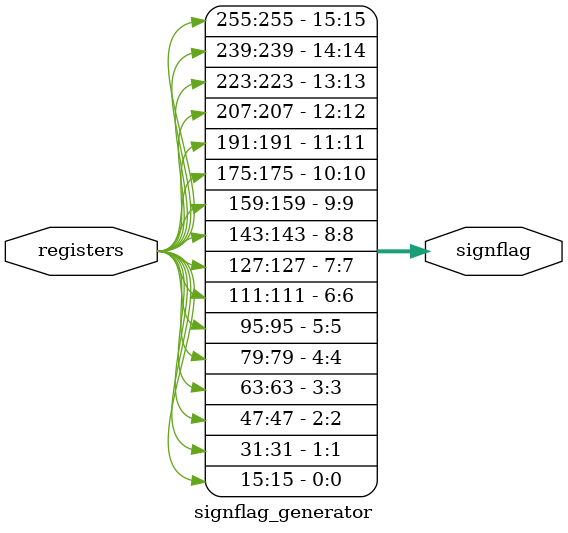
<source format=v>
module signflag_generator(
  input[255:0] registers,
  output[15:0] signflag);

 genvar i;
 generate
 for(i = 0; i < 16; i = i + 1) begin: signflag_gen
	assign signflag[i] = registers[16*i + 15];
 end
 endgenerate

endmodule

</source>
